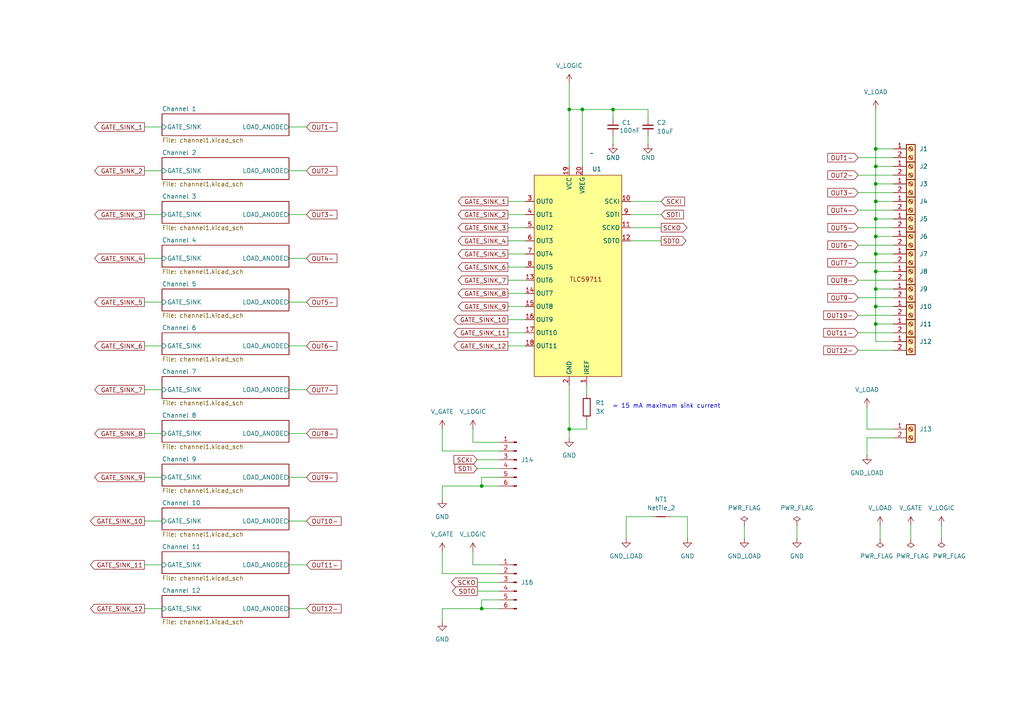
<source format=kicad_sch>
(kicad_sch (version 20250114) (generator "eeschema") (generator_version "9.0")
  (paper "A4")
  (lib_symbols
    (symbol "Connector:Conn_01x06_Pin" (pin_names (offset 1.016) (hide yes))
      (property "Reference" "J" (at 0 7.62 0))
      (property "Value" "Conn_01x06_Pin" (at 0 -10.16 0))
      (symbol "Conn_01x06_Pin_1_1"
        (rectangle (start 0.8636 5.207) (end 0 4.953) (stroke (width 0.1524)) (fill (type outline)))
        (rectangle (start 0.8636 2.667) (end 0 2.413) (stroke (width 0.1524)) (fill (type outline)))
        (rectangle (start 0.8636 0.127) (end 0 -0.127) (stroke (width 0.1524)) (fill (type outline)))
        (rectangle (start 0.8636 -2.413) (end 0 -2.667) (stroke (width 0.1524)) (fill (type outline)))
        (rectangle (start 0.8636 -4.953) (end 0 -5.207) (stroke (width 0.1524)) (fill (type outline)))
        (rectangle (start 0.8636 -7.493) (end 0 -7.747) (stroke (width 0.1524)) (fill (type outline)))
        (polyline (pts (xy 1.27 5.08) (xy 0.8636 5.08)) (stroke (width 0.1524)))
        (polyline (pts (xy 1.27 2.54) (xy 0.8636 2.54)) (stroke (width 0.1524)))
        (polyline (pts (xy 1.27 0) (xy 0.8636 0)) (stroke (width 0.1524)))
        (polyline (pts (xy 1.27 -2.54) (xy 0.8636 -2.54)) (stroke (width 0.1524)))
        (polyline (pts (xy 1.27 -5.08) (xy 0.8636 -5.08)) (stroke (width 0.1524)))
        (polyline (pts (xy 1.27 -7.62) (xy 0.8636 -7.62)) (stroke (width 0.1524)))
        (pin passive line (at 5.08 5.08 180) (length 3.81) (name "Pin_1") (number "1"))
        (pin passive line (at 5.08 2.54 180) (length 3.81) (name "Pin_2") (number "2"))
        (pin passive line (at 5.08 0 180) (length 3.81) (name "Pin_3") (number "3"))
        (pin passive line (at 5.08 -2.54 180) (length 3.81) (name "Pin_4") (number "4"))
        (pin passive line (at 5.08 -5.08 180) (length 3.81) (name "Pin_5") (number "5"))
        (pin passive line (at 5.08 -7.62 180) (length 3.81) (name "Pin_6") (number "6"))
      )
    )
    (symbol "Connector:Screw_Terminal_01x02" (pin_names (offset 1.016) (hide yes))
      (property "Reference" "J" (at 0 2.54 0))
      (property "Value" "Screw_Terminal_01x02" (at 0 -5.08 0))
      (symbol "Screw_Terminal_01x02_1_1"
        (rectangle (start -1.27 1.27) (end 1.27 -3.81) (stroke (width 0.254)) (fill (type background)))
        (polyline (pts (xy -0.5334 0.3302) (xy 0.3302 -0.508)) (stroke (width 0.1524)))
        (polyline (pts (xy -0.5334 -2.2098) (xy 0.3302 -3.048)) (stroke (width 0.1524)))
        (polyline (pts (xy -0.3556 0.508) (xy 0.508 -0.3302)) (stroke (width 0.1524)))
        (polyline (pts (xy -0.3556 -2.032) (xy 0.508 -2.8702)) (stroke (width 0.1524)))
        (circle (center 0 0) (radius 0.635) (stroke (width 0.1524)))
        (circle (center 0 -2.54) (radius 0.635) (stroke (width 0.1524)))
        (pin passive line (at -5.08 0 0) (length 3.81) (name "Pin_1") (number "1"))
        (pin passive line (at -5.08 -2.54 0) (length 3.81) (name "Pin_2") (number "2"))
      )
    )
    (symbol "Device:C_Small" (pin_numbers (hide yes)) (pin_names (offset 0.254) (hide yes))
      (property "Reference" "C" (at 0.254 1.778 0))
      (property "Value" "C_Small" (at 0.254 -2.032 0))
      (symbol "C_Small_0_1"
        (polyline (pts (xy -1.524 0.508) (xy 1.524 0.508)) (stroke (width 0.3048)))
        (polyline (pts (xy -1.524 -0.508) (xy 1.524 -0.508)) (stroke (width 0.3302)))
      )
      (symbol "C_Small_1_1"
        (pin passive line (at 0 2.54 270) (length 2.032) (name "~") (number "1"))
        (pin passive line (at 0 -2.54 90) (length 2.032) (name "~") (number "2"))
      )
    )
    (symbol "Device:NetTie_2" (pin_numbers (hide yes)) (pin_names (offset 0) (hide yes)) (in_bom no)
      (property "Reference" "NT" (at 0 1.27 0))
      (property "Value" "NetTie_2" (at 0 -1.27 0))
      (symbol "NetTie_2_0_1"
        (polyline (pts (xy -1.27 0) (xy 1.27 0)) (stroke (width 0.254)))
      )
      (symbol "NetTie_2_1_1"
        (pin passive line (at -2.54 0 0) (length 2.54) (name "1") (number "1"))
        (pin passive line (at 2.54 0 180) (length 2.54) (name "2") (number "2"))
      )
    )
    (symbol "Device:R" (pin_numbers (hide yes)) (pin_names (offset 0))
      (property "Reference" "R" (at 2.032 0 90))
      (property "Value" "R" (at 0 0 90))
      (symbol "R_0_1"
        (rectangle (start -1.016 -2.54) (end 1.016 2.54) (stroke (width 0.254)))
      )
      (symbol "R_1_1"
        (pin passive line (at 0 3.81 270) (length 1.27) (name "~") (number "1"))
        (pin passive line (at 0 -3.81 90) (length 1.27) (name "~") (number "2"))
      )
    )
    (symbol "power:GND" (power) (pin_numbers (hide yes)) (pin_names (offset 0) (hide yes))
      (property "Value" "GND" (at 0 -3.81 0))
      (symbol "GND_0_1"
        (polyline (pts (xy 0 0) (xy 0 -1.27) (xy 1.27 -1.27) (xy 0 -2.54) (xy -1.27 -1.27) (xy 0 -1.27)))
      )
      (symbol "GND_1_1"
        (pin power_in line (at 0 0 270) (length 0) (name "~") (number "1"))
      )
    )
    (symbol "power:PWR_FLAG" (power) (pin_numbers (hide yes)) (pin_names (offset 0) (hide yes))
      (property "Value" "PWR_FLAG" (at 0 3.81 0))
      (symbol "PWR_FLAG_0_0"
        (pin power_out line (at 0 0 90) (length 0) (name "~") (number "1"))
      )
      (symbol "PWR_FLAG_0_1"
        (polyline (pts (xy 0 0) (xy 0 1.27) (xy -1.016 1.905) (xy 0 2.54) (xy 1.016 1.905) (xy 0 1.27)))
      )
    )
    (symbol "pwm-dc-dimmer:GND_LOAD" (power) (pin_numbers (hide yes)) (pin_names (offset 0) (hide yes))
      (property "Value" "GND_LOAD" (at 0 -3.81 0))
      (symbol "GND_LOAD_0_1"
        (polyline (pts (xy 0 0) (xy 0 -1.27) (xy 1.27 -1.27) (xy 0 -2.54) (xy -1.27 -1.27) (xy 0 -1.27)))
      )
      (symbol "GND_LOAD_1_1"
        (pin power_in line (at 0 0 270) (length 0) (name "~") (number "1"))
      )
    )
    (symbol "pwm-dc-dimmer:TLC59711"
      (property "Reference" "U" (at -1.524 -1.016 0))
      (symbol "TLC59711_0_1"
        (rectangle (start -5.08 -2.54) (end 20.32 -60.96) (fill (type color) (color 253 255 76 0.61)))
      )
      (symbol "TLC59711_1_1"
        (text "TLC59711" (at 9.906 -32.766 0) (effects (font (size 1.27 1.27))))
        (pin output line (at -7.62 -10.16 0) (length 2.54) (name "OUT0") (number "3"))
        (pin output line (at -7.62 -13.97 0) (length 2.54) (name "OUT1") (number "4"))
        (pin output line (at -7.62 -17.78 0) (length 2.54) (name "OUT2") (number "5"))
        (pin output line (at -7.62 -21.59 0) (length 2.54) (name "OUT3") (number "6"))
        (pin output line (at -7.62 -25.4 0) (length 2.54) (name "OUT4") (number "7"))
        (pin output line (at -7.62 -29.21 0) (length 2.54) (name "OUT5") (number "8"))
        (pin output line (at -7.62 -33.02 0) (length 2.54) (name "OUT6") (number "13"))
        (pin output line (at -7.62 -36.83 0) (length 2.54) (name "OUT7") (number "14"))
        (pin output line (at -7.62 -40.64 0) (length 2.54) (name "OUT8") (number "15"))
        (pin output line (at -7.62 -44.45 0) (length 2.54) (name "OUT9") (number "16"))
        (pin output line (at -7.62 -48.26 0) (length 2.54) (name "OUT10") (number "17"))
        (pin output line (at -7.62 -52.07 0) (length 2.54) (name "OUT11") (number "18"))
        (pin power_in line (at 5.08 0 270) (length 2.54) (name "VCC") (number "19"))
        (pin power_in line (at 5.08 -63.5 90) (length 2.54) (name "GND") (number "2"))
        (pin power_in line (at 8.89 0 270) (length 2.54) (name "VREG") (number "20"))
        (pin input line (at 10.16 -63.5 90) (length 2.54) (name "IREF") (number "1"))
        (pin input line (at 22.86 -10.16 180) (length 2.54) (name "SCKI") (number "10"))
        (pin input line (at 22.86 -13.97 180) (length 2.54) (name "SDTI") (number "9"))
        (pin output line (at 22.86 -17.78 180) (length 2.54) (name "SCKO") (number "11"))
        (pin output line (at 22.86 -21.59 180) (length 2.54) (name "SDTO") (number "12"))
      )
    )
    (symbol "pwm-dc-dimmer:V_GATE" (power) (pin_numbers (hide yes)) (pin_names (offset 0) (hide yes))
      (property "Value" "V_GATE" (at 0 3.556 0))
      (symbol "V_GATE_0_1"
        (polyline (pts (xy -0.762 1.27) (xy 0 2.54)))
        (polyline (pts (xy 0 2.54) (xy 0.762 1.27)))
        (polyline (pts (xy 0 0) (xy 0 2.54)))
      )
      (symbol "V_GATE_1_1"
        (pin power_in line (at 0 0 90) (length 0) (name "~") (number "1"))
      )
    )
    (symbol "pwm-dc-dimmer:V_LOAD" (power) (pin_numbers (hide yes)) (pin_names (offset 0) (hide yes))
      (property "Value" "V_LOAD" (at 0 3.556 0))
      (symbol "V_LOAD_0_1"
        (polyline (pts (xy -0.762 1.27) (xy 0 2.54)))
        (polyline (pts (xy 0 2.54) (xy 0.762 1.27)))
        (polyline (pts (xy 0 0) (xy 0 2.54)))
      )
      (symbol "V_LOAD_1_1"
        (pin power_in line (at 0 0 90) (length 0) (name "~") (number "1"))
      )
    )
    (symbol "pwm-dc-dimmer:V_LOGIC" (power) (pin_numbers (hide yes)) (pin_names (offset 0) (hide yes))
      (property "Value" "V_LOGIC" (at 0 3.556 0))
      (symbol "V_LOGIC_0_1"
        (polyline (pts (xy -0.762 1.27) (xy 0 2.54)))
        (polyline (pts (xy 0 2.54) (xy 0.762 1.27)))
        (polyline (pts (xy 0 0) (xy 0 2.54)))
      )
      (symbol "V_LOGIC_1_1"
        (pin power_in line (at 0 0 90) (length 0) (name "~") (number "1"))
      )
    )
  )
  (text "= 15 mA maximum sink current" (at 193.294 117.856 0) (effects (font (size 1.27 1.27))))
  (junction (at 254 48.26))
  (junction (at 168.91 31.75))
  (junction (at 165.1 124.46))
  (junction (at 254 88.9))
  (junction (at 254 43.18))
  (junction (at 254 53.34))
  (junction (at 254 58.42))
  (junction (at 165.1 31.75))
  (junction (at 254 93.98))
  (junction (at 139.7 176.53))
  (junction (at 254 73.66))
  (junction (at 254 83.82))
  (junction (at 254 68.58))
  (junction (at 177.8 31.75))
  (junction (at 254 78.74))
  (junction (at 139.7 140.97))
  (junction (at 254 63.5))
  (wire (pts (xy 128.27 176.53) (xy 128.27 180.34)))
  (wire (pts (xy 138.43 135.89) (xy 144.78 135.89)))
  (wire (pts (xy 251.46 124.46) (xy 259.08 124.46)))
  (wire (pts (xy 138.43 168.91) (xy 144.78 168.91)))
  (wire (pts (xy 248.92 86.36) (xy 259.08 86.36)))
  (wire (pts (xy 144.78 138.43) (xy 139.7 138.43)))
  (wire (pts (xy 128.27 130.81) (xy 144.78 130.81)))
  (wire (pts (xy 83.82 176.53) (xy 88.9 176.53)))
  (wire (pts (xy 254 48.26) (xy 254 53.34)))
  (wire (pts (xy 168.91 31.75) (xy 165.1 31.75)))
  (wire (pts (xy 128.27 140.97) (xy 139.7 140.97)))
  (wire (pts (xy 194.31 149.86) (xy 199.39 149.86)))
  (wire (pts (xy 138.43 133.35) (xy 144.78 133.35)))
  (wire (pts (xy 144.78 173.99) (xy 139.7 173.99)))
  (wire (pts (xy 181.61 149.86) (xy 189.23 149.86)))
  (wire (pts (xy 168.91 31.75) (xy 177.8 31.75)))
  (wire (pts (xy 248.92 45.72) (xy 259.08 45.72)))
  (wire (pts (xy 139.7 176.53) (xy 144.78 176.53)))
  (wire (pts (xy 138.43 171.45) (xy 144.78 171.45)))
  (wire (pts (xy 254 43.18) (xy 259.08 43.18)))
  (wire (pts (xy 137.16 128.27) (xy 144.78 128.27)))
  (wire (pts (xy 248.92 81.28) (xy 259.08 81.28)))
  (wire (pts (xy 41.91 151.13) (xy 46.99 151.13)))
  (wire (pts (xy 165.1 24.13) (xy 165.1 31.75)))
  (wire (pts (xy 199.39 149.86) (xy 199.39 156.21)))
  (wire (pts (xy 83.82 74.93) (xy 88.9 74.93)))
  (wire (pts (xy 41.91 138.43) (xy 46.99 138.43)))
  (wire (pts (xy 139.7 173.99) (xy 139.7 176.53)))
  (wire (pts (xy 147.32 92.71) (xy 152.4 92.71)))
  (wire (pts (xy 83.82 100.33) (xy 88.9 100.33)))
  (wire (pts (xy 248.92 60.96) (xy 259.08 60.96)))
  (wire (pts (xy 41.91 49.53) (xy 46.99 49.53)))
  (wire (pts (xy 248.92 91.44) (xy 259.08 91.44)))
  (wire (pts (xy 254 83.82) (xy 254 88.9)))
  (wire (pts (xy 147.32 62.23) (xy 152.4 62.23)))
  (wire (pts (xy 137.16 160.02) (xy 137.16 163.83)))
  (wire (pts (xy 248.92 96.52) (xy 259.08 96.52)))
  (wire (pts (xy 83.82 62.23) (xy 88.9 62.23)))
  (wire (pts (xy 147.32 77.47) (xy 152.4 77.47)))
  (wire (pts (xy 41.91 36.83) (xy 46.99 36.83)))
  (wire (pts (xy 254 31.75) (xy 254 43.18)))
  (wire (pts (xy 41.91 74.93) (xy 46.99 74.93)))
  (wire (pts (xy 254 58.42) (xy 254 63.5)))
  (wire (pts (xy 83.82 36.83) (xy 88.9 36.83)))
  (wire (pts (xy 41.91 87.63) (xy 46.99 87.63)))
  (wire (pts (xy 128.27 176.53) (xy 139.7 176.53)))
  (wire (pts (xy 182.88 58.42) (xy 191.77 58.42)))
  (wire (pts (xy 128.27 124.46) (xy 128.27 130.81)))
  (wire (pts (xy 128.27 160.02) (xy 128.27 166.37)))
  (wire (pts (xy 254 63.5) (xy 254 68.58)))
  (wire (pts (xy 170.18 124.46) (xy 165.1 124.46)))
  (wire (pts (xy 187.96 31.75) (xy 187.96 34.29)))
  (wire (pts (xy 248.92 101.6) (xy 259.08 101.6)))
  (wire (pts (xy 254 43.18) (xy 254 48.26)))
  (wire (pts (xy 254 73.66) (xy 254 78.74)))
  (wire (pts (xy 254 99.06) (xy 259.08 99.06)))
  (wire (pts (xy 254 68.58) (xy 259.08 68.58)))
  (wire (pts (xy 182.88 66.04) (xy 191.77 66.04)))
  (wire (pts (xy 128.27 166.37) (xy 144.78 166.37)))
  (wire (pts (xy 248.92 76.2) (xy 259.08 76.2)))
  (wire (pts (xy 147.32 100.33) (xy 152.4 100.33)))
  (wire (pts (xy 41.91 113.03) (xy 46.99 113.03)))
  (wire (pts (xy 83.82 151.13) (xy 88.9 151.13)))
  (wire (pts (xy 215.9 152.4) (xy 215.9 156.21)))
  (wire (pts (xy 177.8 31.75) (xy 187.96 31.75)))
  (wire (pts (xy 251.46 118.11) (xy 251.46 124.46)))
  (wire (pts (xy 255.27 152.4) (xy 255.27 156.21)))
  (wire (pts (xy 147.32 96.52) (xy 152.4 96.52)))
  (wire (pts (xy 177.8 39.37) (xy 177.8 41.91)))
  (wire (pts (xy 83.82 87.63) (xy 88.9 87.63)))
  (wire (pts (xy 264.16 152.4) (xy 264.16 156.21)))
  (wire (pts (xy 187.96 39.37) (xy 187.96 41.91)))
  (wire (pts (xy 254 93.98) (xy 259.08 93.98)))
  (wire (pts (xy 147.32 69.85) (xy 152.4 69.85)))
  (wire (pts (xy 254 88.9) (xy 254 93.98)))
  (wire (pts (xy 254 88.9) (xy 259.08 88.9)))
  (wire (pts (xy 139.7 140.97) (xy 144.78 140.97)))
  (wire (pts (xy 259.08 127) (xy 251.46 127)))
  (wire (pts (xy 137.16 124.46) (xy 137.16 128.27)))
  (wire (pts (xy 254 58.42) (xy 259.08 58.42)))
  (wire (pts (xy 165.1 31.75) (xy 165.1 48.26)))
  (wire (pts (xy 251.46 127) (xy 251.46 132.08)))
  (wire (pts (xy 254 83.82) (xy 259.08 83.82)))
  (wire (pts (xy 147.32 58.42) (xy 152.4 58.42)))
  (wire (pts (xy 165.1 124.46) (xy 165.1 127)))
  (wire (pts (xy 41.91 176.53) (xy 46.99 176.53)))
  (wire (pts (xy 254 63.5) (xy 259.08 63.5)))
  (wire (pts (xy 147.32 85.09) (xy 152.4 85.09)))
  (wire (pts (xy 83.82 49.53) (xy 88.9 49.53)))
  (wire (pts (xy 41.91 163.83) (xy 46.99 163.83)))
  (wire (pts (xy 170.18 121.92) (xy 170.18 124.46)))
  (wire (pts (xy 83.82 138.43) (xy 88.9 138.43)))
  (wire (pts (xy 248.92 50.8) (xy 259.08 50.8)))
  (wire (pts (xy 41.91 100.33) (xy 46.99 100.33)))
  (wire (pts (xy 83.82 125.73) (xy 88.9 125.73)))
  (wire (pts (xy 137.16 163.83) (xy 144.78 163.83)))
  (wire (pts (xy 254 53.34) (xy 254 58.42)))
  (wire (pts (xy 254 78.74) (xy 259.08 78.74)))
  (wire (pts (xy 273.05 152.4) (xy 273.05 156.21)))
  (wire (pts (xy 248.92 66.04) (xy 259.08 66.04)))
  (wire (pts (xy 231.14 152.4) (xy 231.14 156.21)))
  (wire (pts (xy 254 68.58) (xy 254 73.66)))
  (wire (pts (xy 182.88 69.85) (xy 191.77 69.85)))
  (wire (pts (xy 181.61 156.21) (xy 181.61 149.86)))
  (wire (pts (xy 254 78.74) (xy 254 83.82)))
  (wire (pts (xy 182.88 62.23) (xy 191.77 62.23)))
  (wire (pts (xy 41.91 125.73) (xy 46.99 125.73)))
  (wire (pts (xy 83.82 113.03) (xy 88.9 113.03)))
  (wire (pts (xy 139.7 138.43) (xy 139.7 140.97)))
  (wire (pts (xy 254 48.26) (xy 259.08 48.26)))
  (wire (pts (xy 147.32 66.04) (xy 152.4 66.04)))
  (wire (pts (xy 147.32 81.28) (xy 152.4 81.28)))
  (wire (pts (xy 248.92 55.88) (xy 259.08 55.88)))
  (wire (pts (xy 254 53.34) (xy 259.08 53.34)))
  (wire (pts (xy 254 93.98) (xy 254 99.06)))
  (wire (pts (xy 147.32 73.66) (xy 152.4 73.66)))
  (wire (pts (xy 254 73.66) (xy 259.08 73.66)))
  (wire (pts (xy 168.91 31.75) (xy 168.91 48.26)))
  (wire (pts (xy 83.82 163.83) (xy 88.9 163.83)))
  (wire (pts (xy 165.1 111.76) (xy 165.1 124.46)))
  (wire (pts (xy 177.8 34.29) (xy 177.8 31.75)))
  (wire (pts (xy 128.27 140.97) (xy 128.27 144.78)))
  (wire (pts (xy 248.92 71.12) (xy 259.08 71.12)))
  (wire (pts (xy 41.91 62.23) (xy 46.99 62.23)))
  (wire (pts (xy 170.18 111.76) (xy 170.18 114.3)))
  (wire (pts (xy 147.32 88.9) (xy 152.4 88.9)))
  (global_label "GATE_SINK_6" (shape output) (at 147.32 77.47 180) (property "Intersheetrefs" "${INTERSHEET_REFS}" (effects (hide yes))))
  (global_label "OUT2-" (shape input) (at 248.92 50.8 180) (property "Intersheetrefs" "${INTERSHEET_REFS}" (effects (hide yes))))
  (global_label "GATE_SINK_4" (shape output) (at 147.32 69.85 180) (property "Intersheetrefs" "${INTERSHEET_REFS}" (effects (hide yes))))
  (global_label "GATE_SINK_10" (shape output) (at 147.32 92.71 180) (property "Intersheetrefs" "${INTERSHEET_REFS}" (effects (hide yes))))
  (global_label "SDTI" (shape input) (at 191.77 62.23 0) (property "Intersheetrefs" "${INTERSHEET_REFS}" (effects (hide yes))))
  (global_label "OUT9-" (shape input) (at 248.92 86.36 180) (property "Intersheetrefs" "${INTERSHEET_REFS}" (effects (hide yes))))
  (global_label "OUT10-" (shape input) (at 248.92 91.44 180) (property "Intersheetrefs" "${INTERSHEET_REFS}" (effects (hide yes))))
  (global_label "GATE_SINK_1" (shape output) (at 41.91 36.83 180) (property "Intersheetrefs" "${INTERSHEET_REFS}" (effects (hide yes))))
  (global_label "OUT4-" (shape input) (at 248.92 60.96 180) (property "Intersheetrefs" "${INTERSHEET_REFS}" (effects (hide yes))))
  (global_label "OUT11-" (shape input) (at 88.9 163.83 0) (property "Intersheetrefs" "${INTERSHEET_REFS}" (effects (hide yes))))
  (global_label "OUT4-" (shape input) (at 88.9 74.93 0) (property "Intersheetrefs" "${INTERSHEET_REFS}" (effects (hide yes))))
  (global_label "OUT12-" (shape input) (at 248.92 101.6 180) (property "Intersheetrefs" "${INTERSHEET_REFS}" (effects (hide yes))))
  (global_label "GATE_SINK_7" (shape output) (at 147.32 81.28 180) (property "Intersheetrefs" "${INTERSHEET_REFS}" (effects (hide yes))))
  (global_label "OUT8-" (shape input) (at 248.92 81.28 180) (property "Intersheetrefs" "${INTERSHEET_REFS}" (effects (hide yes))))
  (global_label "GATE_SINK_2" (shape output) (at 147.32 62.23 180) (property "Intersheetrefs" "${INTERSHEET_REFS}" (effects (hide yes))))
  (global_label "GATE_SINK_10" (shape output) (at 41.91 151.13 180) (property "Intersheetrefs" "${INTERSHEET_REFS}" (effects (hide yes))))
  (global_label "GATE_SINK_8" (shape output) (at 147.32 85.09 180) (property "Intersheetrefs" "${INTERSHEET_REFS}" (effects (hide yes))))
  (global_label "GATE_SINK_12" (shape output) (at 147.32 100.33 180) (property "Intersheetrefs" "${INTERSHEET_REFS}" (effects (hide yes))))
  (global_label "GATE_SINK_2" (shape output) (at 41.91 49.53 180) (property "Intersheetrefs" "${INTERSHEET_REFS}" (effects (hide yes))))
  (global_label "OUT1-" (shape input) (at 248.92 45.72 180) (property "Intersheetrefs" "${INTERSHEET_REFS}" (effects (hide yes))))
  (global_label "OUT6-" (shape input) (at 248.92 71.12 180) (property "Intersheetrefs" "${INTERSHEET_REFS}" (effects (hide yes))))
  (global_label "SDTO" (shape output) (at 191.77 69.85 0) (property "Intersheetrefs" "${INTERSHEET_REFS}" (effects (hide yes))))
  (global_label "GATE_SINK_1" (shape output) (at 147.32 58.42 180) (property "Intersheetrefs" "${INTERSHEET_REFS}" (effects (hide yes))))
  (global_label "OUT3-" (shape input) (at 88.9 62.23 0) (property "Intersheetrefs" "${INTERSHEET_REFS}" (effects (hide yes))))
  (global_label "OUT11-" (shape input) (at 248.92 96.52 180) (property "Intersheetrefs" "${INTERSHEET_REFS}" (effects (hide yes))))
  (global_label "OUT5-" (shape input) (at 88.9 87.63 0) (property "Intersheetrefs" "${INTERSHEET_REFS}" (effects (hide yes))))
  (global_label "OUT7-" (shape input) (at 248.92 76.2 180) (property "Intersheetrefs" "${INTERSHEET_REFS}" (effects (hide yes))))
  (global_label "SDTO" (shape output) (at 138.43 171.45 180) (property "Intersheetrefs" "${INTERSHEET_REFS}" (effects (hide yes))))
  (global_label "SCKI" (shape input) (at 138.43 133.35 180) (property "Intersheetrefs" "${INTERSHEET_REFS}" (effects (hide yes))))
  (global_label "GATE_SINK_9" (shape output) (at 41.91 138.43 180) (property "Intersheetrefs" "${INTERSHEET_REFS}" (effects (hide yes))))
  (global_label "GATE_SINK_5" (shape output) (at 147.32 73.66 180) (property "Intersheetrefs" "${INTERSHEET_REFS}" (effects (hide yes))))
  (global_label "OUT3-" (shape input) (at 248.92 55.88 180) (property "Intersheetrefs" "${INTERSHEET_REFS}" (effects (hide yes))))
  (global_label "GATE_SINK_11" (shape output) (at 41.91 163.83 180) (property "Intersheetrefs" "${INTERSHEET_REFS}" (effects (hide yes))))
  (global_label "OUT6-" (shape input) (at 88.9 100.33 0) (property "Intersheetrefs" "${INTERSHEET_REFS}" (effects (hide yes))))
  (global_label "GATE_SINK_3" (shape output) (at 41.91 62.23 180) (property "Intersheetrefs" "${INTERSHEET_REFS}" (effects (hide yes))))
  (global_label "OUT2-" (shape input) (at 88.9 49.53 0) (property "Intersheetrefs" "${INTERSHEET_REFS}" (effects (hide yes))))
  (global_label "OUT5-" (shape input) (at 248.92 66.04 180) (property "Intersheetrefs" "${INTERSHEET_REFS}" (effects (hide yes))))
  (global_label "OUT10-" (shape input) (at 88.9 151.13 0) (property "Intersheetrefs" "${INTERSHEET_REFS}" (effects (hide yes))))
  (global_label "GATE_SINK_8" (shape output) (at 41.91 125.73 180) (property "Intersheetrefs" "${INTERSHEET_REFS}" (effects (hide yes))))
  (global_label "GATE_SINK_12" (shape output) (at 41.91 176.53 180) (property "Intersheetrefs" "${INTERSHEET_REFS}" (effects (hide yes))))
  (global_label "OUT7-" (shape input) (at 88.9 113.03 0) (property "Intersheetrefs" "${INTERSHEET_REFS}" (effects (hide yes))))
  (global_label "OUT8-" (shape input) (at 88.9 125.73 0) (property "Intersheetrefs" "${INTERSHEET_REFS}" (effects (hide yes))))
  (global_label "OUT1-" (shape input) (at 88.9 36.83 0) (property "Intersheetrefs" "${INTERSHEET_REFS}" (effects (hide yes))))
  (global_label "GATE_SINK_4" (shape output) (at 41.91 74.93 180) (property "Intersheetrefs" "${INTERSHEET_REFS}" (effects (hide yes))))
  (global_label "GATE_SINK_5" (shape output) (at 41.91 87.63 180) (property "Intersheetrefs" "${INTERSHEET_REFS}" (effects (hide yes))))
  (global_label "OUT9-" (shape input) (at 88.9 138.43 0) (property "Intersheetrefs" "${INTERSHEET_REFS}" (effects (hide yes))))
  (global_label "SCKO" (shape output) (at 191.77 66.04 0) (property "Intersheetrefs" "${INTERSHEET_REFS}" (effects (hide yes))))
  (global_label "SCKO" (shape output) (at 138.43 168.91 180) (property "Intersheetrefs" "${INTERSHEET_REFS}" (effects (hide yes))))
  (global_label "GATE_SINK_7" (shape output) (at 41.91 113.03 180) (property "Intersheetrefs" "${INTERSHEET_REFS}" (effects (hide yes))))
  (global_label "SDTI" (shape input) (at 138.43 135.89 180) (property "Intersheetrefs" "${INTERSHEET_REFS}" (effects (hide yes))))
  (global_label "GATE_SINK_3" (shape output) (at 147.32 66.04 180) (property "Intersheetrefs" "${INTERSHEET_REFS}" (effects (hide yes))))
  (global_label "OUT12-" (shape input) (at 88.9 176.53 0) (property "Intersheetrefs" "${INTERSHEET_REFS}" (effects (hide yes))))
  (global_label "GATE_SINK_11" (shape output) (at 147.32 96.52 180) (property "Intersheetrefs" "${INTERSHEET_REFS}" (effects (hide yes))))
  (global_label "GATE_SINK_6" (shape output) (at 41.91 100.33 180) (property "Intersheetrefs" "${INTERSHEET_REFS}" (effects (hide yes))))
  (global_label "GATE_SINK_9" (shape output) (at 147.32 88.9 180) (property "Intersheetrefs" "${INTERSHEET_REFS}" (effects (hide yes))))
  (global_label "SCKI" (shape input) (at 191.77 58.42 0) (property "Intersheetrefs" "${INTERSHEET_REFS}" (effects (hide yes))))
  (symbol (lib_id "Device:R") (at 170.18 118.11 0) (unit 1)
    (property "Reference" "R1" (at 172.72 116.8399 0) (effects (justify left)))
    (property "Value" "3K" (at 172.72 119.3799 0) (effects (justify left)))
    (property "Description" "Resistor" (effects (hide yes)))
  )
  (symbol (lib_id "Connector:Screw_Terminal_01x02") (at 264.16 43.18 0) (unit 1)
    (property "Reference" "J1" (at 266.7 43.1799 0) (effects (justify left)))
    (property "Value" "Screw_Terminal_01x02" (effects (hide yes)))
    (property "Description" "Generic screw terminal, single row, 01x02, script generated (kicad-library-utils/schlib/autogen/connector/)" (effects (hide yes)))
  )
  (symbol (lib_id "Connector:Screw_Terminal_01x02") (at 264.16 99.06 0) (unit 1)
    (property "Reference" "J12" (at 266.7 99.0599 0) (effects (justify left)))
    (property "Value" "Screw_Terminal_01x02" (effects (hide yes)))
    (property "Description" "Generic screw terminal, single row, 01x02, script generated (kicad-library-utils/schlib/autogen/connector/)" (effects (hide yes)))
  )
  (symbol (lib_id "Device:C_Small") (at 177.8 36.83 0) (unit 1)
    (property "Reference" "C1" (at 180.34 35.5662 0) (effects (justify left)))
    (property "Value" "100nF" (at 179.578 37.846 0) (effects (justify left)))
    (property "Description" "Unpolarized capacitor, small symbol" (effects (hide yes)))
  )
  (symbol (lib_id "Connector:Conn_01x06_Pin") (at 149.86 168.91 0) (mirror y) (unit 1)
    (property "Reference" "J16" (at 151.13 168.9099 0) (effects (justify right)))
    (property "Value" "Conn_01x06_Pin" (effects (hide yes)))
    (property "Description" "Generic connector, single row, 01x06, script generated" (effects (hide yes)))
  )
  (symbol (lib_id "Connector:Screw_Terminal_01x02") (at 264.16 93.98 0) (unit 1)
    (property "Reference" "J11" (at 266.7 93.9799 0) (effects (justify left)))
    (property "Value" "Screw_Terminal_01x02" (effects (hide yes)))
    (property "Description" "Generic screw terminal, single row, 01x02, script generated (kicad-library-utils/schlib/autogen/connector/)" (effects (hide yes)))
  )
  (symbol (lib_id "pwm-dc-dimmer:V_GATE") (at 264.16 152.4 0) (unit 1)
    (property "Reference" "#PWR013" (effects (hide yes)))
    (property "Value" "V_GATE" (at 264.16 147.32 0))
    (property "Description" "Power symbol creates a global label with name \"V_GATE\"" (effects (hide yes)))
  )
  (symbol (lib_id "pwm-dc-dimmer:V_LOAD") (at 255.27 152.4 0) (unit 1)
    (property "Reference" "#PWR07" (effects (hide yes)))
    (property "Value" "V_LOAD" (at 255.27 147.32 0))
    (property "Description" "Power symbol creates a global label with name \"V_LOAD\"" (effects (hide yes)))
  )
  (symbol (lib_id "Connector:Screw_Terminal_01x02") (at 264.16 58.42 0) (unit 1)
    (property "Reference" "J4" (at 266.7 58.4199 0) (effects (justify left)))
    (property "Value" "Screw_Terminal_01x02" (effects (hide yes)))
    (property "Description" "Generic screw terminal, single row, 01x02, script generated (kicad-library-utils/schlib/autogen/connector/)" (effects (hide yes)))
  )
  (symbol (lib_id "pwm-dc-dimmer:V_LOGIC") (at 165.1 24.13 0) (unit 1)
    (property "Reference" "#PWR015" (effects (hide yes)))
    (property "Value" "V_LOGIC" (at 165.1 19.05 0))
    (property "Description" "Power symbol creates a global label with name \"V_LOAD\"" (effects (hide yes)))
  )
  (symbol (lib_id "Connector:Screw_Terminal_01x02") (at 264.16 68.58 0) (unit 1)
    (property "Reference" "J6" (at 266.7 68.5799 0) (effects (justify left)))
    (property "Value" "Screw_Terminal_01x02" (effects (hide yes)))
    (property "Description" "Generic screw terminal, single row, 01x02, script generated (kicad-library-utils/schlib/autogen/connector/)" (effects (hide yes)))
  )
  (symbol (lib_id "power:GND") (at 165.1 127 0) (unit 1)
    (property "Reference" "#PWR043" (effects (hide yes)))
    (property "Value" "GND" (at 165.1 132.08 0))
    (property "Description" "Power symbol creates a global label with name \"GND\" , ground" (effects (hide yes)))
  )
  (symbol (lib_id "pwm-dc-dimmer:GND_LOAD") (at 251.46 132.08 0) (unit 1)
    (property "Reference" "#PWR04" (effects (hide yes)))
    (property "Value" "GND_LOAD" (at 251.46 137.16 0))
    (property "Description" "Power symbol creates a global label with name \"GND\" , ground" (effects (hide yes)))
  )
  (symbol (lib_id "pwm-dc-dimmer:V_GATE") (at 128.27 160.02 0) (unit 1)
    (property "Reference" "#PWR040" (effects (hide yes)))
    (property "Value" "V_GATE" (at 128.27 154.94 0))
    (property "Description" "Power symbol creates a global label with name \"V_GATE\"" (effects (hide yes)))
  )
  (symbol (lib_id "power:PWR_FLAG") (at 215.9 152.4 0) (unit 1)
    (property "Reference" "#FLG02" (effects (hide yes)))
    (property "Value" "PWR_FLAG" (at 215.9 147.32 0))
    (property "Description" "Special symbol for telling ERC where power comes from" (effects (hide yes)))
  )
  (symbol (lib_id "pwm-dc-dimmer:GND_LOAD") (at 215.9 156.21 0) (unit 1)
    (property "Reference" "#PWR014" (effects (hide yes)))
    (property "Value" "GND_LOAD" (at 215.9 161.29 0))
    (property "Description" "Power symbol creates a global label with name \"GND\" , ground" (effects (hide yes)))
  )
  (symbol (lib_id "Connector:Screw_Terminal_01x02") (at 264.16 83.82 0) (unit 1)
    (property "Reference" "J9" (at 266.7 83.8199 0) (effects (justify left)))
    (property "Value" "Screw_Terminal_01x02" (effects (hide yes)))
    (property "Description" "Generic screw terminal, single row, 01x02, script generated (kicad-library-utils/schlib/autogen/connector/)" (effects (hide yes)))
  )
  (symbol (lib_id "pwm-dc-dimmer:V_GATE") (at 128.27 124.46 0) (unit 1)
    (property "Reference" "#PWR037" (effects (hide yes)))
    (property "Value" "V_GATE" (at 128.27 119.38 0))
    (property "Description" "Power symbol creates a global label with name \"V_GATE\"" (effects (hide yes)))
  )
  (symbol (lib_id "power:GND") (at 128.27 144.78 0) (unit 1)
    (property "Reference" "#PWR02" (effects (hide yes)))
    (property "Value" "GND" (at 128.27 149.86 0))
    (property "Description" "Power symbol creates a global label with name \"GND\" , ground" (effects (hide yes)))
  )
  (symbol (lib_id "Connector:Screw_Terminal_01x02") (at 264.16 73.66 0) (unit 1)
    (property "Reference" "J7" (at 266.7 73.6599 0) (effects (justify left)))
    (property "Value" "Screw_Terminal_01x02" (effects (hide yes)))
    (property "Description" "Generic screw terminal, single row, 01x02, script generated (kicad-library-utils/schlib/autogen/connector/)" (effects (hide yes)))
  )
  (symbol (lib_id "pwm-dc-dimmer:V_LOAD") (at 254 31.75 0) (unit 1)
    (property "Reference" "#PWR010" (effects (hide yes)))
    (property "Value" "V_LOAD" (at 254 26.67 0))
    (property "Description" "Power symbol creates a global label with name \"V_LOAD\"" (effects (hide yes)))
  )
  (symbol (lib_id "power:GND") (at 187.96 41.91 0) (unit 1)
    (property "Reference" "#PWR06" (effects (hide yes)))
    (property "Value" "GND" (at 187.96 45.72 0))
    (property "Description" "Power symbol creates a global label with name \"GND\" , ground" (effects (hide yes)))
  )
  (symbol (lib_id "Connector:Screw_Terminal_01x02") (at 264.16 78.74 0) (unit 1)
    (property "Reference" "J8" (at 266.7 78.7399 0) (effects (justify left)))
    (property "Value" "Screw_Terminal_01x02" (effects (hide yes)))
    (property "Description" "Generic screw terminal, single row, 01x02, script generated (kicad-library-utils/schlib/autogen/connector/)" (effects (hide yes)))
  )
  (symbol (lib_id "power:PWR_FLAG") (at 273.05 156.21 180) (unit 1)
    (property "Reference" "#FLG05" (effects (hide yes)))
    (property "Value" "PWR_FLAG" (at 275.336 161.29 0))
    (property "Description" "Special symbol for telling ERC where power comes from" (effects (hide yes)))
  )
  (symbol (lib_id "power:GND") (at 199.39 156.21 0) (unit 1)
    (property "Reference" "#PWR012" (effects (hide yes)))
    (property "Value" "GND" (at 199.39 161.29 0))
    (property "Description" "Power symbol creates a global label with name \"GND\" , ground" (effects (hide yes)))
  )
  (symbol (lib_id "pwm-dc-dimmer:GND_LOAD") (at 181.61 156.21 0) (unit 1)
    (property "Reference" "#PWR011" (effects (hide yes)))
    (property "Value" "GND_LOAD" (at 181.61 161.29 0))
    (property "Description" "Power symbol creates a global label with name \"GND\" , ground" (effects (hide yes)))
  )
  (symbol (lib_id "Connector:Screw_Terminal_01x02") (at 264.16 53.34 0) (unit 1)
    (property "Reference" "J3" (at 266.7 53.3399 0) (effects (justify left)))
    (property "Value" "Screw_Terminal_01x02" (effects (hide yes)))
    (property "Description" "Generic screw terminal, single row, 01x02, script generated (kicad-library-utils/schlib/autogen/connector/)" (effects (hide yes)))
  )
  (symbol (lib_id "power:PWR_FLAG") (at 231.14 152.4 0) (unit 1)
    (property "Reference" "#FLG01" (effects (hide yes)))
    (property "Value" "PWR_FLAG" (at 231.14 147.32 0))
    (property "Description" "Special symbol for telling ERC where power comes from" (effects (hide yes)))
  )
  (symbol (lib_id "power:GND") (at 177.8 41.91 0) (unit 1)
    (property "Reference" "#PWR09" (effects (hide yes)))
    (property "Value" "GND" (at 177.8 45.72 0))
    (property "Description" "Power symbol creates a global label with name \"GND\" , ground" (effects (hide yes)))
  )
  (symbol (lib_id "Connector:Screw_Terminal_01x02") (at 264.16 124.46 0) (unit 1)
    (property "Reference" "J13" (at 266.7 124.4599 0) (effects (justify left)))
    (property "Value" "Screw_Terminal_01x02" (effects (hide yes)))
    (property "Description" "Generic screw terminal, single row, 01x02, script generated (kicad-library-utils/schlib/autogen/connector/)" (effects (hide yes)))
  )
  (symbol (lib_id "pwm-dc-dimmer:TLC59711") (at 160.02 48.26 0) (unit 1)
    (property "Reference" "U1" (at 171.704 49.022 0) (effects (justify left)))
    (property "Value" "~" (at 171.0533 44.45 0) (effects (justify left)))
  )
  (symbol (lib_id "pwm-dc-dimmer:V_LOAD") (at 251.46 118.11 0) (unit 1)
    (property "Reference" "#PWR05" (effects (hide yes)))
    (property "Value" "V_LOAD" (at 251.46 113.03 0))
    (property "Description" "Power symbol creates a global label with name \"V_LOAD\"" (effects (hide yes)))
  )
  (symbol (lib_id "Connector:Conn_01x06_Pin") (at 149.86 133.35 0) (mirror y) (unit 1)
    (property "Reference" "J14" (at 151.13 133.3499 0) (effects (justify right)))
    (property "Value" "Conn_01x06_Pin" (effects (hide yes)))
    (property "Description" "Generic connector, single row, 01x06, script generated" (effects (hide yes)))
  )
  (symbol (lib_id "power:GND") (at 128.27 180.34 0) (unit 1)
    (property "Reference" "#PWR041" (effects (hide yes)))
    (property "Value" "GND" (at 128.27 185.42 0))
    (property "Description" "Power symbol creates a global label with name \"GND\" , ground" (effects (hide yes)))
  )
  (symbol (lib_id "power:PWR_FLAG") (at 264.16 156.21 180) (unit 1)
    (property "Reference" "#FLG04" (effects (hide yes)))
    (property "Value" "PWR_FLAG" (at 264.668 161.29 0))
    (property "Description" "Special symbol for telling ERC where power comes from" (effects (hide yes)))
  )
  (symbol (lib_id "Device:C_Small") (at 187.96 36.83 0) (unit 1)
    (property "Reference" "C2" (at 190.5 35.5662 0) (effects (justify left)))
    (property "Value" "10uF" (at 190.5 38.1062 0) (effects (justify left)))
    (property "Description" "Unpolarized capacitor, small symbol" (effects (hide yes)))
  )
  (symbol (lib_id "pwm-dc-dimmer:V_LOGIC") (at 273.05 152.4 0) (unit 1)
    (property "Reference" "#PWR01" (effects (hide yes)))
    (property "Value" "V_LOGIC" (at 273.05 147.32 0))
    (property "Description" "Power symbol creates a global label with name \"V_LOAD\"" (effects (hide yes)))
  )
  (symbol (lib_id "pwm-dc-dimmer:V_LOGIC") (at 137.16 124.46 0) (unit 1)
    (property "Reference" "#PWR036" (effects (hide yes)))
    (property "Value" "V_LOGIC" (at 137.16 119.38 0))
    (property "Description" "Power symbol creates a global label with name \"V_LOAD\"" (effects (hide yes)))
  )
  (symbol (lib_id "Device:NetTie_2") (at 191.77 149.86 0) (unit 1) (in_bom no)
    (property "Reference" "NT1" (at 191.77 144.78 0))
    (property "Value" "NetTie_2" (at 191.77 147.32 0))
    (property "Description" "Net tie, 2 pins" (effects (hide yes)))
  )
  (symbol (lib_id "Connector:Screw_Terminal_01x02") (at 264.16 48.26 0) (unit 1)
    (property "Reference" "J2" (at 266.7 48.2599 0) (effects (justify left)))
    (property "Value" "Screw_Terminal_01x02" (effects (hide yes)))
    (property "Description" "Generic screw terminal, single row, 01x02, script generated (kicad-library-utils/schlib/autogen/connector/)" (effects (hide yes)))
  )
  (symbol (lib_id "power:PWR_FLAG") (at 255.27 156.21 180) (unit 1)
    (property "Reference" "#FLG03" (effects (hide yes)))
    (property "Value" "PWR_FLAG" (at 254.254 161.29 0))
    (property "Description" "Special symbol for telling ERC where power comes from" (effects (hide yes)))
  )
  (symbol (lib_id "power:GND") (at 231.14 156.21 0) (unit 1)
    (property "Reference" "#PWR03" (effects (hide yes)))
    (property "Value" "GND" (at 231.14 161.29 0))
    (property "Description" "Power symbol creates a global label with name \"GND\" , ground" (effects (hide yes)))
  )
  (symbol (lib_id "pwm-dc-dimmer:V_LOGIC") (at 137.16 160.02 0) (unit 1)
    (property "Reference" "#PWR042" (effects (hide yes)))
    (property "Value" "V_LOGIC" (at 137.16 154.94 0))
    (property "Description" "Power symbol creates a global label with name \"V_LOAD\"" (effects (hide yes)))
  )
  (symbol (lib_id "Connector:Screw_Terminal_01x02") (at 264.16 88.9 0) (unit 1)
    (property "Reference" "J10" (at 266.7 88.8999 0) (effects (justify left)))
    (property "Value" "Screw_Terminal_01x02" (effects (hide yes)))
    (property "Description" "Generic screw terminal, single row, 01x02, script generated (kicad-library-utils/schlib/autogen/connector/)" (effects (hide yes)))
  )
  (symbol (lib_id "Connector:Screw_Terminal_01x02") (at 264.16 63.5 0) (unit 1)
    (property "Reference" "J5" (at 266.7 63.4999 0) (effects (justify left)))
    (property "Value" "Screw_Terminal_01x02" (effects (hide yes)))
    (property "Description" "Generic screw terminal, single row, 01x02, script generated (kicad-library-utils/schlib/autogen/connector/)" (effects (hide yes)))
  )
  (sheet (at 46.99 71.12) (size 36.83 6.35) (stroke (width 0.1524))
    (property "Sheetname" "Channel 4" (at 46.99 70.4084 0) (effects (justify left bottom)))
    (property "Sheetfile" "channel1.kicad_sch" (at 46.99 78.0546 0) (effects (justify left top)))
    (pin "GATE_SINK" input (at 46.99 74.93 180))
    (pin "LOAD_ANODE" output (at 83.82 74.93 0))
  )
  (sheet (at 46.99 83.82) (size 36.83 6.35) (stroke (width 0.1524))
    (property "Sheetname" "Channel 5" (at 46.99 83.1084 0) (effects (justify left bottom)))
    (property "Sheetfile" "channel1.kicad_sch" (at 46.99 90.7546 0) (effects (justify left top)))
    (pin "GATE_SINK" input (at 46.99 87.63 180))
    (pin "LOAD_ANODE" output (at 83.82 87.63 0))
  )
  (sheet (at 46.99 160.02) (size 36.83 6.35) (stroke (width 0.1524))
    (property "Sheetname" "Channel 11" (at 46.99 159.3084 0) (effects (justify left bottom)))
    (property "Sheetfile" "channel1.kicad_sch" (at 46.99 166.9546 0) (effects (justify left top)))
    (pin "GATE_SINK" input (at 46.99 163.83 180))
    (pin "LOAD_ANODE" output (at 83.82 163.83 0))
  )
  (sheet (at 46.99 172.72) (size 36.83 6.35) (stroke (width 0.1524))
    (property "Sheetname" "Channel 12" (at 46.99 172.0084 0) (effects (justify left bottom)))
    (property "Sheetfile" "channel1.kicad_sch" (at 46.99 179.6546 0) (effects (justify left top)))
    (pin "GATE_SINK" input (at 46.99 176.53 180))
    (pin "LOAD_ANODE" output (at 83.82 176.53 0))
  )
  (sheet (at 46.99 134.62) (size 36.83 6.35) (stroke (width 0.1524))
    (property "Sheetname" "Channel 9" (at 46.99 133.9084 0) (effects (justify left bottom)))
    (property "Sheetfile" "channel1.kicad_sch" (at 46.99 141.5546 0) (effects (justify left top)))
    (pin "GATE_SINK" input (at 46.99 138.43 180))
    (pin "LOAD_ANODE" output (at 83.82 138.43 0))
  )
  (sheet (at 46.99 121.92) (size 36.83 6.35) (stroke (width 0.1524))
    (property "Sheetname" "Channel 8" (at 46.99 121.2084 0) (effects (justify left bottom)))
    (property "Sheetfile" "channel1.kicad_sch" (at 46.99 128.8546 0) (effects (justify left top)))
    (pin "GATE_SINK" input (at 46.99 125.73 180))
    (pin "LOAD_ANODE" output (at 83.82 125.73 0))
  )
  (sheet (at 46.99 147.32) (size 36.83 6.35) (stroke (width 0.1524))
    (property "Sheetname" "Channel 10" (at 46.99 146.6084 0) (effects (justify left bottom)))
    (property "Sheetfile" "channel1.kicad_sch" (at 46.99 154.2546 0) (effects (justify left top)))
    (pin "GATE_SINK" input (at 46.99 151.13 180))
    (pin "LOAD_ANODE" output (at 83.82 151.13 0))
  )
  (sheet (at 46.99 45.72) (size 36.83 6.35) (stroke (width 0.1524))
    (property "Sheetname" "Channel 2" (at 46.99 45.0084 0) (effects (justify left bottom)))
    (property "Sheetfile" "channel1.kicad_sch" (at 46.99 52.6546 0) (effects (justify left top)))
    (pin "GATE_SINK" input (at 46.99 49.53 180))
    (pin "LOAD_ANODE" output (at 83.82 49.53 0))
  )
  (sheet (at 46.99 33.02) (size 36.83 6.35) (stroke (width 0.1524))
    (property "Sheetname" "Channel 1" (at 46.99 32.3084 0) (effects (justify left bottom)))
    (property "Sheetfile" "channel1.kicad_sch" (at 46.99 39.9546 0) (effects (justify left top)))
    (pin "GATE_SINK" input (at 46.99 36.83 180))
    (pin "LOAD_ANODE" output (at 83.82 36.83 0))
  )
  (sheet (at 46.99 58.42) (size 36.83 6.35) (stroke (width 0.1524))
    (property "Sheetname" "Channel 3" (at 46.99 57.7084 0) (effects (justify left bottom)))
    (property "Sheetfile" "channel1.kicad_sch" (at 46.99 65.3546 0) (effects (justify left top)))
    (pin "GATE_SINK" input (at 46.99 62.23 180))
    (pin "LOAD_ANODE" output (at 83.82 62.23 0))
  )
  (sheet (at 46.99 109.22) (size 36.83 6.35) (stroke (width 0.1524))
    (property "Sheetname" "Channel 7" (at 46.99 108.5084 0) (effects (justify left bottom)))
    (property "Sheetfile" "channel1.kicad_sch" (at 46.99 116.1546 0) (effects (justify left top)))
    (pin "GATE_SINK" input (at 46.99 113.03 180))
    (pin "LOAD_ANODE" output (at 83.82 113.03 0))
  )
  (sheet (at 46.99 96.52) (size 36.83 6.35) (stroke (width 0.1524))
    (property "Sheetname" "Channel 6" (at 46.99 95.8084 0) (effects (justify left bottom)))
    (property "Sheetfile" "channel1.kicad_sch" (at 46.99 103.4546 0) (effects (justify left top)))
    (pin "GATE_SINK" input (at 46.99 100.33 180))
    (pin "LOAD_ANODE" output (at 83.82 100.33 0))
  )
)
</source>
